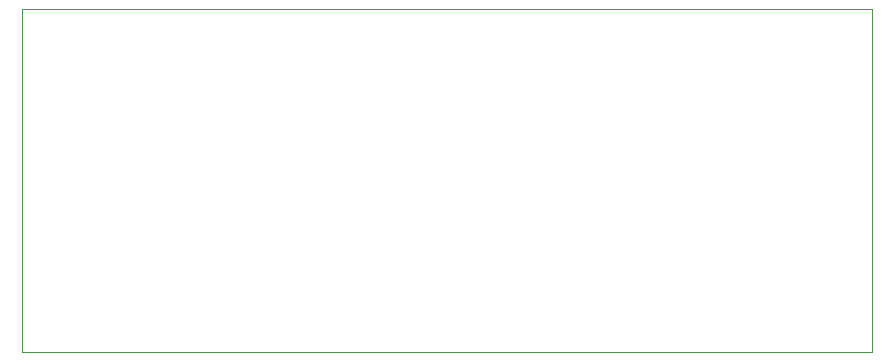
<source format=gbr>
G04 #@! TF.GenerationSoftware,KiCad,Pcbnew,(5.1.4)-1*
G04 #@! TF.CreationDate,2020-09-19T19:50:50+08:00*
G04 #@! TF.ProjectId,Rev2_Panel1,52657632-5f50-4616-9e65-6c312e6b6963,rev?*
G04 #@! TF.SameCoordinates,Original*
G04 #@! TF.FileFunction,Profile,NP*
%FSLAX46Y46*%
G04 Gerber Fmt 4.6, Leading zero omitted, Abs format (unit mm)*
G04 Created by KiCad (PCBNEW (5.1.4)-1) date 2020-09-19 19:50:51*
%MOMM*%
%LPD*%
G04 APERTURE LIST*
%ADD10C,0.100000*%
G04 APERTURE END LIST*
D10*
X193500000Y-68500000D02*
X121500000Y-68500000D01*
X193500000Y-97500000D02*
X193500000Y-68500000D01*
X121500000Y-97500000D02*
X193500000Y-97500000D01*
X121500000Y-68500000D02*
X121500000Y-97500000D01*
M02*

</source>
